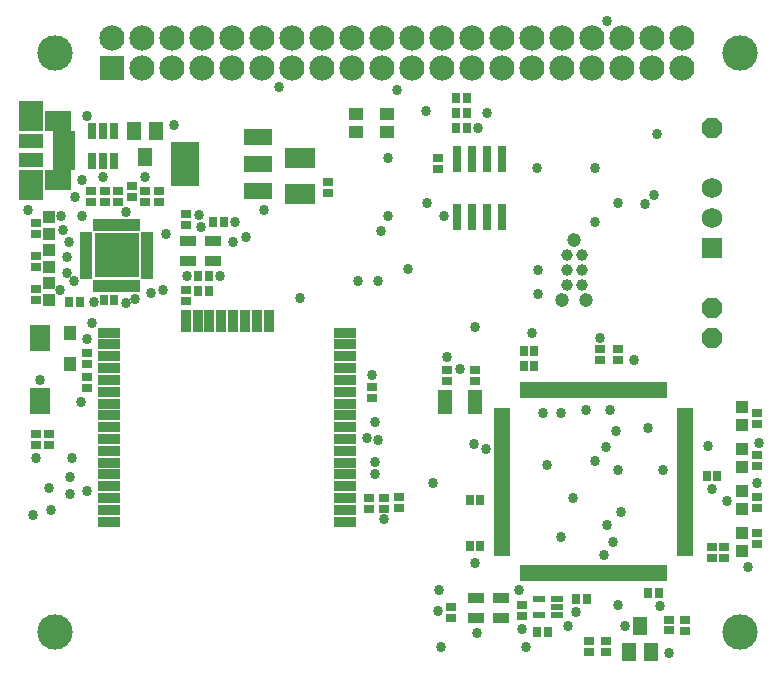
<source format=gts>
G75*
%MOIN*%
%OFA0B0*%
%FSLAX25Y25*%
%IPPOS*%
%LPD*%
%AMOC8*
5,1,8,0,0,1.08239X$1,22.5*
%
%ADD10C,0.11824*%
%ADD11R,0.08400X0.08400*%
%ADD12C,0.08400*%
%ADD13R,0.02600X0.03800*%
%ADD14R,0.03800X0.02600*%
%ADD15R,0.05131X0.08280*%
%ADD16R,0.03950X0.03950*%
%ADD17R,0.07493X0.03556*%
%ADD18R,0.03556X0.07493*%
%ADD19R,0.03000X0.08600*%
%ADD20OC8,0.06737*%
%ADD21R,0.04737X0.06312*%
%ADD22R,0.05800X0.03300*%
%ADD23R,0.02060X0.05524*%
%ADD24R,0.05524X0.02060*%
%ADD25R,0.06800X0.06800*%
%ADD26C,0.06800*%
%ADD27R,0.01942X0.04343*%
%ADD28R,0.04343X0.01942*%
%ADD29R,0.14580X0.14580*%
%ADD30R,0.10249X0.07099*%
%ADD31R,0.07493X0.02572*%
%ADD32R,0.09068X0.06607*%
%ADD33R,0.08280X0.10150*%
%ADD34R,0.08268X0.04528*%
%ADD35R,0.09600X0.05600*%
%ADD36R,0.09461X0.14973*%
%ADD37R,0.07099X0.08674*%
%ADD38R,0.02965X0.05524*%
%ADD39C,0.03900*%
%ADD40C,0.04700*%
%ADD41R,0.04737X0.03950*%
%ADD42R,0.04343X0.02375*%
%ADD43R,0.03950X0.04737*%
%ADD44C,0.03400*%
D10*
X0092327Y0020973D03*
X0320673Y0020973D03*
X0320673Y0213886D03*
X0092327Y0213886D03*
D11*
X0111500Y0208886D03*
D12*
X0121500Y0208886D03*
X0131500Y0208886D03*
X0141500Y0208886D03*
X0151500Y0208886D03*
X0161500Y0208886D03*
X0171500Y0208886D03*
X0181500Y0208886D03*
X0191500Y0208886D03*
X0201500Y0208886D03*
X0211500Y0208886D03*
X0221500Y0208886D03*
X0231500Y0208886D03*
X0241500Y0208886D03*
X0251500Y0208886D03*
X0261500Y0208886D03*
X0271500Y0208886D03*
X0281500Y0208886D03*
X0291500Y0208886D03*
X0301500Y0208886D03*
X0301500Y0218886D03*
X0291500Y0218886D03*
X0281500Y0218886D03*
X0271500Y0218886D03*
X0261500Y0218886D03*
X0251500Y0218886D03*
X0241500Y0218886D03*
X0231500Y0218886D03*
X0221500Y0218886D03*
X0211500Y0218886D03*
X0201500Y0218886D03*
X0191500Y0218886D03*
X0181500Y0218886D03*
X0171500Y0218886D03*
X0161500Y0218886D03*
X0151500Y0218886D03*
X0141500Y0218886D03*
X0131500Y0218886D03*
X0121500Y0218886D03*
X0111500Y0218886D03*
D13*
X0145200Y0157386D03*
X0148800Y0157386D03*
X0143800Y0139386D03*
X0140200Y0139386D03*
X0140200Y0134386D03*
X0143800Y0134386D03*
X0112300Y0131386D03*
X0108700Y0131386D03*
X0100800Y0130886D03*
X0097200Y0130886D03*
X0226200Y0188886D03*
X0229800Y0188886D03*
X0229800Y0193886D03*
X0226200Y0193886D03*
X0226200Y0198886D03*
X0229800Y0198886D03*
X0248700Y0114386D03*
X0252300Y0114386D03*
X0252300Y0109386D03*
X0248700Y0109386D03*
X0234300Y0064886D03*
X0230700Y0064886D03*
X0230700Y0049386D03*
X0234300Y0049386D03*
X0266200Y0031886D03*
X0269800Y0031886D03*
X0256800Y0020886D03*
X0253200Y0020886D03*
X0290200Y0033886D03*
X0293800Y0033886D03*
X0309700Y0072886D03*
X0313300Y0072886D03*
D14*
X0326500Y0076086D03*
X0326500Y0079686D03*
X0326500Y0090086D03*
X0326500Y0093686D03*
X0326500Y0065686D03*
X0326500Y0062086D03*
X0326500Y0053686D03*
X0326500Y0050086D03*
X0315500Y0049186D03*
X0315500Y0045586D03*
X0311500Y0045586D03*
X0311500Y0049186D03*
X0302600Y0024886D03*
X0302600Y0021286D03*
X0297100Y0021386D03*
X0297100Y0024986D03*
X0276000Y0017686D03*
X0276000Y0014086D03*
X0270500Y0014086D03*
X0270500Y0017686D03*
X0248000Y0026086D03*
X0248000Y0029686D03*
X0224500Y0029186D03*
X0224500Y0025586D03*
X0207000Y0062086D03*
X0202000Y0061834D03*
X0202000Y0065434D03*
X0207000Y0065686D03*
X0197000Y0065438D03*
X0197000Y0061838D03*
X0198000Y0098834D03*
X0198000Y0102434D03*
X0223000Y0104586D03*
X0223000Y0108186D03*
X0232500Y0108186D03*
X0232500Y0104586D03*
X0274000Y0111586D03*
X0274000Y0115186D03*
X0280000Y0115186D03*
X0280000Y0111586D03*
X0220000Y0175086D03*
X0220000Y0178686D03*
X0183500Y0170686D03*
X0183500Y0167086D03*
X0136000Y0160186D03*
X0136000Y0156586D03*
X0127000Y0164086D03*
X0127000Y0167686D03*
X0122500Y0167686D03*
X0122500Y0164086D03*
X0118000Y0165886D03*
X0118000Y0169486D03*
X0113500Y0167686D03*
X0113500Y0164086D03*
X0109000Y0164086D03*
X0109000Y0167686D03*
X0104500Y0167686D03*
X0104500Y0164086D03*
X0086000Y0157186D03*
X0086000Y0153586D03*
X0086000Y0146186D03*
X0086000Y0142586D03*
X0086000Y0135186D03*
X0086000Y0131586D03*
X0103000Y0113686D03*
X0103000Y0110086D03*
X0103000Y0105686D03*
X0103000Y0102086D03*
X0090500Y0086934D03*
X0086000Y0086938D03*
X0086000Y0083338D03*
X0090500Y0083334D03*
X0136000Y0131086D03*
X0136000Y0134686D03*
D15*
X0222579Y0097386D03*
X0232421Y0097386D03*
D16*
X0321500Y0095839D03*
X0321500Y0089934D03*
X0321500Y0081839D03*
X0321500Y0075934D03*
X0321500Y0067839D03*
X0321500Y0061934D03*
X0321500Y0053839D03*
X0321500Y0047934D03*
X0090500Y0131434D03*
X0090500Y0137339D03*
X0090500Y0142434D03*
X0090500Y0148339D03*
X0090500Y0153434D03*
X0090500Y0159339D03*
D17*
X0110500Y0120634D03*
X0110500Y0116697D03*
X0110500Y0112760D03*
X0110500Y0108823D03*
X0110500Y0104886D03*
X0110500Y0100949D03*
X0110500Y0097012D03*
X0110500Y0093075D03*
X0110500Y0089138D03*
X0110500Y0085201D03*
X0110500Y0081264D03*
X0110500Y0077327D03*
X0110500Y0073390D03*
X0110500Y0069453D03*
X0110500Y0065516D03*
X0110500Y0061579D03*
X0110500Y0057642D03*
X0189240Y0057642D03*
X0189240Y0061579D03*
X0189240Y0065516D03*
X0189240Y0069453D03*
X0189240Y0073390D03*
X0189240Y0077327D03*
X0189240Y0081264D03*
X0189240Y0085201D03*
X0189240Y0089138D03*
X0189240Y0093075D03*
X0189240Y0097012D03*
X0189240Y0100949D03*
X0189240Y0104886D03*
X0189240Y0108823D03*
X0189240Y0112760D03*
X0189240Y0116697D03*
X0189240Y0120634D03*
D18*
X0163650Y0124571D03*
X0159713Y0124571D03*
X0155776Y0124571D03*
X0151839Y0124571D03*
X0147902Y0124571D03*
X0143965Y0124571D03*
X0140028Y0124571D03*
X0136091Y0124571D03*
D19*
X0226500Y0159186D03*
X0231500Y0159186D03*
X0236500Y0159186D03*
X0241500Y0159186D03*
X0241500Y0178586D03*
X0236500Y0178586D03*
X0231500Y0178586D03*
X0226500Y0178586D03*
D20*
X0311500Y0188886D03*
X0311500Y0128886D03*
X0311500Y0118886D03*
D21*
X0287500Y0022717D03*
X0283760Y0014056D03*
X0291240Y0014056D03*
X0122500Y0179056D03*
X0118760Y0187717D03*
X0126240Y0187717D03*
D22*
X0136700Y0151186D03*
X0136700Y0144586D03*
X0145300Y0144586D03*
X0145300Y0151186D03*
X0232700Y0032186D03*
X0241300Y0032186D03*
X0241300Y0025586D03*
X0232700Y0025586D03*
D23*
X0248378Y0040375D03*
X0250346Y0040375D03*
X0252315Y0040375D03*
X0254283Y0040375D03*
X0256252Y0040375D03*
X0258220Y0040375D03*
X0260189Y0040375D03*
X0262157Y0040375D03*
X0264126Y0040375D03*
X0266094Y0040375D03*
X0268063Y0040375D03*
X0270031Y0040375D03*
X0272000Y0040375D03*
X0273969Y0040375D03*
X0275937Y0040375D03*
X0277906Y0040375D03*
X0279874Y0040375D03*
X0281843Y0040375D03*
X0283811Y0040375D03*
X0285780Y0040375D03*
X0287748Y0040375D03*
X0289717Y0040375D03*
X0291685Y0040375D03*
X0293654Y0040375D03*
X0295622Y0040375D03*
X0295622Y0101398D03*
X0293654Y0101398D03*
X0291685Y0101398D03*
X0289717Y0101398D03*
X0287748Y0101398D03*
X0285780Y0101398D03*
X0283811Y0101398D03*
X0281843Y0101398D03*
X0279874Y0101398D03*
X0277906Y0101398D03*
X0275937Y0101398D03*
X0273969Y0101398D03*
X0272000Y0101398D03*
X0270031Y0101398D03*
X0268063Y0101398D03*
X0266094Y0101398D03*
X0264126Y0101398D03*
X0262157Y0101398D03*
X0260189Y0101398D03*
X0258220Y0101398D03*
X0256252Y0101398D03*
X0254283Y0101398D03*
X0252315Y0101398D03*
X0250346Y0101398D03*
X0248378Y0101398D03*
D24*
X0241488Y0094508D03*
X0241488Y0092540D03*
X0241488Y0090571D03*
X0241488Y0088603D03*
X0241488Y0086634D03*
X0241488Y0084666D03*
X0241488Y0082697D03*
X0241488Y0080729D03*
X0241488Y0078760D03*
X0241488Y0076792D03*
X0241488Y0074823D03*
X0241488Y0072855D03*
X0241488Y0070886D03*
X0241488Y0068918D03*
X0241488Y0066949D03*
X0241488Y0064981D03*
X0241488Y0063012D03*
X0241488Y0061044D03*
X0241488Y0059075D03*
X0241488Y0057107D03*
X0241488Y0055138D03*
X0241488Y0053170D03*
X0241488Y0051201D03*
X0241488Y0049233D03*
X0241488Y0047264D03*
X0302512Y0047264D03*
X0302512Y0049233D03*
X0302512Y0051201D03*
X0302512Y0053170D03*
X0302512Y0055138D03*
X0302512Y0057107D03*
X0302512Y0059075D03*
X0302512Y0061044D03*
X0302512Y0063012D03*
X0302512Y0064981D03*
X0302512Y0066949D03*
X0302512Y0068918D03*
X0302512Y0070886D03*
X0302512Y0072855D03*
X0302512Y0074823D03*
X0302512Y0076792D03*
X0302512Y0078760D03*
X0302512Y0080729D03*
X0302512Y0082697D03*
X0302512Y0084666D03*
X0302512Y0086634D03*
X0302512Y0088603D03*
X0302512Y0090571D03*
X0302512Y0092540D03*
X0302512Y0094508D03*
D25*
X0311500Y0148886D03*
D26*
X0311500Y0158886D03*
X0311500Y0168886D03*
D27*
X0119890Y0156426D03*
X0117921Y0156426D03*
X0115953Y0156426D03*
X0113984Y0156426D03*
X0112016Y0156426D03*
X0110047Y0156426D03*
X0108079Y0156426D03*
X0106110Y0156426D03*
X0106110Y0136347D03*
X0108079Y0136347D03*
X0110047Y0136347D03*
X0112016Y0136347D03*
X0113984Y0136347D03*
X0115953Y0136347D03*
X0117921Y0136347D03*
X0119890Y0136347D03*
D28*
X0123039Y0139497D03*
X0123039Y0141465D03*
X0123039Y0143434D03*
X0123039Y0145402D03*
X0123039Y0147371D03*
X0123039Y0149339D03*
X0123039Y0151308D03*
X0123039Y0153276D03*
X0102961Y0153276D03*
X0102961Y0151308D03*
X0102961Y0149339D03*
X0102961Y0147371D03*
X0102961Y0145402D03*
X0102961Y0143434D03*
X0102961Y0141465D03*
X0102961Y0139497D03*
D29*
X0113000Y0146386D03*
D30*
X0174000Y0166981D03*
X0174000Y0178792D03*
D31*
X0095524Y0178827D03*
X0095524Y0176268D03*
X0095524Y0181386D03*
X0095524Y0183945D03*
X0095524Y0186504D03*
D32*
X0093555Y0191229D03*
X0093555Y0171544D03*
D33*
X0084500Y0169772D03*
X0084500Y0193001D03*
D34*
X0084500Y0184438D03*
X0084500Y0178335D03*
D35*
X0160200Y0176886D03*
X0160200Y0185986D03*
X0160200Y0167786D03*
D36*
X0135799Y0176886D03*
D37*
X0087500Y0119016D03*
X0087500Y0097756D03*
D38*
X0104760Y0177768D03*
X0108500Y0177768D03*
X0112240Y0177768D03*
X0112240Y0188004D03*
X0108500Y0188004D03*
X0104760Y0188004D03*
D39*
X0263000Y0146386D03*
X0268000Y0146386D03*
X0268000Y0141386D03*
X0268000Y0136386D03*
X0263000Y0136386D03*
X0263000Y0141386D03*
D40*
X0261500Y0131386D03*
X0269500Y0131386D03*
X0265500Y0151386D03*
D41*
X0203118Y0187386D03*
X0203118Y0193386D03*
X0192882Y0193386D03*
X0192882Y0187386D03*
D42*
X0253650Y0031745D03*
X0253650Y0026627D03*
X0259950Y0026627D03*
X0259950Y0029186D03*
X0259950Y0031745D03*
D43*
X0097500Y0110268D03*
X0097500Y0120504D03*
D44*
X0085000Y0059886D03*
X0091000Y0061386D03*
X0097500Y0066886D03*
X0103000Y0067886D03*
X0097500Y0072386D03*
X0098000Y0078886D03*
X0086000Y0078886D03*
X0090500Y0068886D03*
X0101000Y0097386D03*
X0087500Y0104886D03*
X0103000Y0118386D03*
X0104700Y0123886D03*
X0105500Y0130886D03*
X0098700Y0137686D03*
X0096500Y0140386D03*
X0096500Y0145886D03*
X0097000Y0150886D03*
X0095000Y0154886D03*
X0094500Y0159386D03*
X0101500Y0159386D03*
X0099000Y0165886D03*
X0101500Y0171386D03*
X0108500Y0172386D03*
X0116000Y0160886D03*
X0122500Y0172386D03*
X0140500Y0159886D03*
X0141300Y0155686D03*
X0152500Y0157386D03*
X0156000Y0152386D03*
X0151900Y0150686D03*
X0147500Y0139386D03*
X0136500Y0139386D03*
X0128500Y0134886D03*
X0124500Y0133886D03*
X0119000Y0131886D03*
X0116000Y0130386D03*
X0113000Y0146386D03*
X0129500Y0153386D03*
X0162000Y0161386D03*
X0193500Y0137886D03*
X0200000Y0137886D03*
X0210000Y0141886D03*
X0201000Y0154386D03*
X0203500Y0159386D03*
X0216500Y0163886D03*
X0222000Y0159386D03*
X0203500Y0178886D03*
X0216000Y0194386D03*
X0206500Y0201386D03*
X0233500Y0188886D03*
X0236500Y0193886D03*
X0253000Y0175386D03*
X0272500Y0175386D03*
X0280000Y0163886D03*
X0272500Y0157386D03*
X0289000Y0163386D03*
X0292000Y0166386D03*
X0293000Y0186886D03*
X0276500Y0224386D03*
X0253500Y0141386D03*
X0253500Y0133386D03*
X0251500Y0120386D03*
X0232500Y0122386D03*
X0223000Y0112386D03*
X0227500Y0108386D03*
X0255000Y0093886D03*
X0261000Y0093886D03*
X0269500Y0094886D03*
X0277500Y0094886D03*
X0279500Y0087886D03*
X0276000Y0082386D03*
X0272500Y0077886D03*
X0280000Y0074886D03*
X0295000Y0074886D03*
X0290000Y0088886D03*
X0310000Y0082886D03*
X0311500Y0068386D03*
X0316500Y0064386D03*
X0326500Y0070386D03*
X0327000Y0083886D03*
X0285500Y0111386D03*
X0274000Y0118886D03*
X0236000Y0081886D03*
X0232000Y0083386D03*
X0218500Y0070386D03*
X0202000Y0058386D03*
X0199000Y0073386D03*
X0199000Y0077386D03*
X0200000Y0084886D03*
X0196500Y0085386D03*
X0199000Y0090886D03*
X0198000Y0106386D03*
X0174100Y0132086D03*
X0132000Y0189886D03*
X0103000Y0192886D03*
X0083500Y0161386D03*
X0094000Y0134886D03*
X0167000Y0202386D03*
X0256500Y0076386D03*
X0265000Y0065386D03*
X0276500Y0056386D03*
X0278500Y0050886D03*
X0275500Y0046386D03*
X0261000Y0052386D03*
X0281000Y0060886D03*
X0247000Y0034886D03*
X0232500Y0043886D03*
X0220500Y0034886D03*
X0220000Y0027886D03*
X0221000Y0015886D03*
X0233000Y0020386D03*
X0248000Y0021886D03*
X0249500Y0015886D03*
X0263500Y0022886D03*
X0266000Y0027386D03*
X0280000Y0029886D03*
X0282500Y0022886D03*
X0294000Y0029386D03*
X0297000Y0013886D03*
X0323500Y0042386D03*
M02*

</source>
